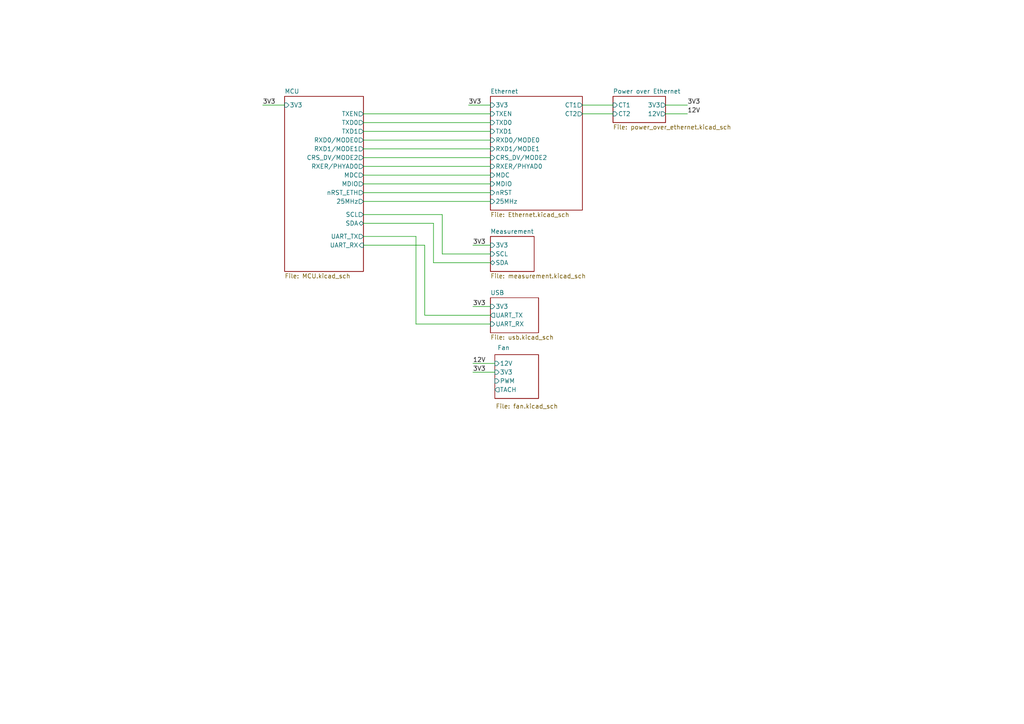
<source format=kicad_sch>
(kicad_sch
	(version 20231120)
	(generator "eeschema")
	(generator_version "8.0")
	(uuid "3594a937-0ff5-42e2-8a8f-f816088f7574")
	(paper "A4")
	(lib_symbols)
	(wire
		(pts
			(xy 142.24 73.66) (xy 128.27 73.66)
		)
		(stroke
			(width 0)
			(type default)
		)
		(uuid "14ca15f3-1425-4355-9a18-6a1b2486448b")
	)
	(wire
		(pts
			(xy 128.27 62.23) (xy 105.41 62.23)
		)
		(stroke
			(width 0)
			(type default)
		)
		(uuid "1b54c907-bf99-45bb-87b2-6d86e9422761")
	)
	(wire
		(pts
			(xy 125.73 64.77) (xy 125.73 76.2)
		)
		(stroke
			(width 0)
			(type default)
		)
		(uuid "1ce0ec49-ee8b-4dfc-bb0e-fa824cbd9264")
	)
	(wire
		(pts
			(xy 105.41 55.88) (xy 142.24 55.88)
		)
		(stroke
			(width 0)
			(type default)
		)
		(uuid "1fa8e330-dd03-4c46-aa6d-1947cc386a55")
	)
	(wire
		(pts
			(xy 105.41 45.72) (xy 142.24 45.72)
		)
		(stroke
			(width 0)
			(type default)
		)
		(uuid "22c544c6-8d70-41d3-87f1-4c63277e2233")
	)
	(wire
		(pts
			(xy 76.2 30.48) (xy 82.55 30.48)
		)
		(stroke
			(width 0)
			(type default)
		)
		(uuid "366598bb-2fa2-4f6b-9e5a-550743662c9f")
	)
	(wire
		(pts
			(xy 168.91 33.02) (xy 177.8 33.02)
		)
		(stroke
			(width 0)
			(type default)
		)
		(uuid "39830044-d439-4d58-8f5b-90c25c7d15e3")
	)
	(wire
		(pts
			(xy 105.41 50.8) (xy 142.24 50.8)
		)
		(stroke
			(width 0)
			(type default)
		)
		(uuid "4d50ad6c-fe0b-4379-8a71-bca6c419110e")
	)
	(wire
		(pts
			(xy 105.41 43.18) (xy 142.24 43.18)
		)
		(stroke
			(width 0)
			(type default)
		)
		(uuid "4e0f9857-6ffe-4251-a48f-3fa539022215")
	)
	(wire
		(pts
			(xy 137.16 88.9) (xy 142.24 88.9)
		)
		(stroke
			(width 0)
			(type default)
		)
		(uuid "5030bb15-aa6a-425c-9fd0-1a2622ca8c21")
	)
	(wire
		(pts
			(xy 142.24 91.44) (xy 123.19 91.44)
		)
		(stroke
			(width 0)
			(type default)
		)
		(uuid "51bd62a1-3159-46c4-aa5d-bdaf511872eb")
	)
	(wire
		(pts
			(xy 105.41 48.26) (xy 142.24 48.26)
		)
		(stroke
			(width 0)
			(type default)
		)
		(uuid "5afd735a-5c01-494f-9812-33c8ae0d77ef")
	)
	(wire
		(pts
			(xy 120.65 68.58) (xy 105.41 68.58)
		)
		(stroke
			(width 0)
			(type default)
		)
		(uuid "5f597186-12a3-4730-9cdd-6ea1c92f283e")
	)
	(wire
		(pts
			(xy 105.41 58.42) (xy 142.24 58.42)
		)
		(stroke
			(width 0)
			(type default)
		)
		(uuid "6673d3f7-a5c6-4943-9207-35dca259674d")
	)
	(wire
		(pts
			(xy 193.04 30.48) (xy 199.39 30.48)
		)
		(stroke
			(width 0)
			(type default)
		)
		(uuid "733f5791-42a3-4252-959a-50232e453c7f")
	)
	(wire
		(pts
			(xy 142.24 93.98) (xy 120.65 93.98)
		)
		(stroke
			(width 0)
			(type default)
		)
		(uuid "742e7391-57ca-42ff-9dad-6e086f7d8df6")
	)
	(wire
		(pts
			(xy 105.41 38.1) (xy 142.24 38.1)
		)
		(stroke
			(width 0)
			(type default)
		)
		(uuid "90b98ae9-99ca-40ed-90d3-9968507b622d")
	)
	(wire
		(pts
			(xy 105.41 35.56) (xy 142.24 35.56)
		)
		(stroke
			(width 0)
			(type default)
		)
		(uuid "9ba9f260-41cf-45bf-ae86-3247485b1182")
	)
	(wire
		(pts
			(xy 120.65 93.98) (xy 120.65 68.58)
		)
		(stroke
			(width 0)
			(type default)
		)
		(uuid "ad3880f7-e1ed-4864-82c4-03d2b254d92a")
	)
	(wire
		(pts
			(xy 125.73 76.2) (xy 142.24 76.2)
		)
		(stroke
			(width 0)
			(type default)
		)
		(uuid "b3e7a317-723f-4223-be23-0fd40e97ab3b")
	)
	(wire
		(pts
			(xy 123.19 91.44) (xy 123.19 71.12)
		)
		(stroke
			(width 0)
			(type default)
		)
		(uuid "b7b4b29b-ff63-4586-b737-3fec462a771c")
	)
	(wire
		(pts
			(xy 135.89 30.48) (xy 142.24 30.48)
		)
		(stroke
			(width 0)
			(type default)
		)
		(uuid "b81fcda1-5bf9-4ef0-8d90-61dd749c5f2c")
	)
	(wire
		(pts
			(xy 105.41 53.34) (xy 142.24 53.34)
		)
		(stroke
			(width 0)
			(type default)
		)
		(uuid "c8f9cc82-356b-49bd-8e36-7c13ca2af6d2")
	)
	(wire
		(pts
			(xy 128.27 73.66) (xy 128.27 62.23)
		)
		(stroke
			(width 0)
			(type default)
		)
		(uuid "cbc38eb9-c9a1-4178-a19b-d4e3857a3d26")
	)
	(wire
		(pts
			(xy 105.41 40.64) (xy 142.24 40.64)
		)
		(stroke
			(width 0)
			(type default)
		)
		(uuid "cea2714c-cd21-4b57-b427-69516bb2a236")
	)
	(wire
		(pts
			(xy 168.91 30.48) (xy 177.8 30.48)
		)
		(stroke
			(width 0)
			(type default)
		)
		(uuid "d6b16ebc-f1b2-408a-8fe8-635697082226")
	)
	(wire
		(pts
			(xy 105.41 64.77) (xy 125.73 64.77)
		)
		(stroke
			(width 0)
			(type default)
		)
		(uuid "db98899c-cb6c-4caa-af5c-31bc0d60b9af")
	)
	(wire
		(pts
			(xy 137.16 107.95) (xy 143.51 107.95)
		)
		(stroke
			(width 0)
			(type default)
		)
		(uuid "ea034a7f-2f57-4006-b2bf-21bcc17dc96f")
	)
	(wire
		(pts
			(xy 193.04 33.02) (xy 199.39 33.02)
		)
		(stroke
			(width 0)
			(type default)
		)
		(uuid "edf17ea3-55fd-4e81-acfb-ab9fbae2d2ca")
	)
	(wire
		(pts
			(xy 137.16 71.12) (xy 142.24 71.12)
		)
		(stroke
			(width 0)
			(type default)
		)
		(uuid "ef59c811-7c28-42a1-b84f-3e059345ada6")
	)
	(wire
		(pts
			(xy 123.19 71.12) (xy 105.41 71.12)
		)
		(stroke
			(width 0)
			(type default)
		)
		(uuid "f0174ac0-5a71-42fc-90e2-f93d0d39b2d4")
	)
	(wire
		(pts
			(xy 105.41 33.02) (xy 142.24 33.02)
		)
		(stroke
			(width 0)
			(type default)
		)
		(uuid "f1b84b49-c2da-4401-8606-8e7fcebdee86")
	)
	(wire
		(pts
			(xy 137.16 105.41) (xy 143.51 105.41)
		)
		(stroke
			(width 0)
			(type default)
		)
		(uuid "faa08ba7-7f26-412d-86c0-c2d07c05ee96")
	)
	(label "12V"
		(at 137.16 105.41 0)
		(effects
			(font
				(size 1.27 1.27)
			)
			(justify left bottom)
		)
		(uuid "0991d808-98db-4034-8cd1-a711ac3145a6")
	)
	(label "3V3"
		(at 137.16 71.12 0)
		(effects
			(font
				(size 1.27 1.27)
			)
			(justify left bottom)
		)
		(uuid "14237b00-c17d-4a43-83b9-edc51214bf39")
	)
	(label "3V3"
		(at 76.2 30.48 0)
		(effects
			(font
				(size 1.27 1.27)
			)
			(justify left bottom)
		)
		(uuid "362f01a2-8ca0-48c1-a3d7-a3f7450cb8b8")
	)
	(label "12V"
		(at 199.39 33.02 0)
		(effects
			(font
				(size 1.27 1.27)
			)
			(justify left bottom)
		)
		(uuid "84b9ae7e-c46e-40c1-b900-972ce9c4f81b")
	)
	(label "3V3"
		(at 137.16 88.9 0)
		(effects
			(font
				(size 1.27 1.27)
			)
			(justify left bottom)
		)
		(uuid "a953d841-781c-4a90-87ac-1dd56ad4ccbb")
	)
	(label "3V3"
		(at 135.89 30.48 0)
		(effects
			(font
				(size 1.27 1.27)
			)
			(justify left bottom)
		)
		(uuid "aab34fe0-0b2b-4f47-8233-a42340b045cb")
	)
	(label "3V3"
		(at 137.16 107.95 0)
		(effects
			(font
				(size 1.27 1.27)
			)
			(justify left bottom)
		)
		(uuid "c27d00df-dec4-4bba-aebe-663f3574bbda")
	)
	(label "3V3"
		(at 199.39 30.48 0)
		(effects
			(font
				(size 1.27 1.27)
			)
			(justify left bottom)
		)
		(uuid "c3643242-7040-4535-9ef5-42a2e4615e56")
	)
	(sheet
		(at 143.51 102.87)
		(size 12.7 12.7)
		(stroke
			(width 0.1524)
			(type solid)
		)
		(fill
			(color 0 0 0 0.0000)
		)
		(uuid "25aff908-c5f6-48d7-ac23-8c03b659b344")
		(property "Sheetname" "Fan"
			(at 144.272 101.6 0)
			(effects
				(font
					(size 1.27 1.27)
				)
				(justify left bottom)
			)
		)
		(property "Sheetfile" "fan.kicad_sch"
			(at 143.764 117.094 0)
			(effects
				(font
					(size 1.27 1.27)
				)
				(justify left top)
			)
		)
		(pin "12V" input
			(at 143.51 105.41 180)
			(effects
				(font
					(size 1.27 1.27)
				)
				(justify left)
			)
			(uuid "f7ff6eac-1796-449b-88f2-d774d34360e6")
		)
		(pin "PWM" input
			(at 143.51 110.49 180)
			(effects
				(font
					(size 1.27 1.27)
				)
				(justify left)
			)
			(uuid "ee11c5e4-9121-434e-834b-4f54e122b01e")
		)
		(pin "TACH" output
			(at 143.51 113.03 180)
			(effects
				(font
					(size 1.27 1.27)
				)
				(justify left)
			)
			(uuid "52d31e91-9ebe-46bf-a891-2e8ca4db50c4")
		)
		(pin "3V3" input
			(at 143.51 107.95 180)
			(effects
				(font
					(size 1.27 1.27)
				)
				(justify left)
			)
			(uuid "25264ff9-c144-4d21-bf14-16542ef7672e")
		)
		(instances
			(project "temperature-sensor"
				(path "/3594a937-0ff5-42e2-8a8f-f816088f7574"
					(page "4")
				)
			)
		)
	)
	(sheet
		(at 142.24 68.58)
		(size 12.7 10.16)
		(fields_autoplaced yes)
		(stroke
			(width 0.1524)
			(type solid)
		)
		(fill
			(color 0 0 0 0.0000)
		)
		(uuid "52e996d4-b21e-4573-ad9a-52c1f39a7002")
		(property "Sheetname" "Measurement"
			(at 142.24 67.8684 0)
			(effects
				(font
					(size 1.27 1.27)
				)
				(justify left bottom)
			)
		)
		(property "Sheetfile" "measurement.kicad_sch"
			(at 142.24 79.3246 0)
			(effects
				(font
					(size 1.27 1.27)
				)
				(justify left top)
			)
		)
		(pin "SCL" input
			(at 142.24 73.66 180)
			(effects
				(font
					(size 1.27 1.27)
				)
				(justify left)
			)
			(uuid "36d6abfc-dba1-4362-ac4e-ade667adb0bd")
		)
		(pin "SDA" bidirectional
			(at 142.24 76.2 180)
			(effects
				(font
					(size 1.27 1.27)
				)
				(justify left)
			)
			(uuid "3673b276-7c70-46b7-aa74-a825997a625a")
		)
		(pin "3V3" input
			(at 142.24 71.12 180)
			(effects
				(font
					(size 1.27 1.27)
				)
				(justify left)
			)
			(uuid "102f6424-ef08-43ed-ae9e-f72766a65adc")
		)
		(instances
			(project "temperature-sensor"
				(path "/3594a937-0ff5-42e2-8a8f-f816088f7574"
					(page "5")
				)
			)
		)
	)
	(sheet
		(at 142.24 86.36)
		(size 13.97 10.16)
		(fields_autoplaced yes)
		(stroke
			(width 0.1524)
			(type solid)
		)
		(fill
			(color 0 0 0 0.0000)
		)
		(uuid "9881a2ce-1b82-40d3-a127-b2a01adb81e6")
		(property "Sheetname" "USB"
			(at 142.24 85.6484 0)
			(effects
				(font
					(size 1.27 1.27)
				)
				(justify left bottom)
			)
		)
		(property "Sheetfile" "usb.kicad_sch"
			(at 142.24 97.1046 0)
			(effects
				(font
					(size 1.27 1.27)
				)
				(justify left top)
			)
		)
		(pin "UART_TX" output
			(at 142.24 91.44 180)
			(effects
				(font
					(size 1.27 1.27)
				)
				(justify left)
			)
			(uuid "af92ce5e-9571-4270-bbe5-b5f63bdea14f")
		)
		(pin "UART_RX" input
			(at 142.24 93.98 180)
			(effects
				(font
					(size 1.27 1.27)
				)
				(justify left)
			)
			(uuid "f2848c8a-2741-4744-a8ba-9ee2a6fa1dd6")
		)
		(pin "3V3" input
			(at 142.24 88.9 180)
			(effects
				(font
					(size 1.27 1.27)
				)
				(justify left)
			)
			(uuid "2b723e78-5456-4cef-a9f4-8675ba69d3c4")
		)
		(instances
			(project "temperature-sensor"
				(path "/3594a937-0ff5-42e2-8a8f-f816088f7574"
					(page "7")
				)
			)
		)
	)
	(sheet
		(at 82.55 27.94)
		(size 22.86 50.8)
		(fields_autoplaced yes)
		(stroke
			(width 0.1524)
			(type solid)
		)
		(fill
			(color 0 0 0 0.0000)
		)
		(uuid "a0d45ccb-d615-45f4-a839-39b8e4e3dcc0")
		(property "Sheetname" "MCU"
			(at 82.55 27.2284 0)
			(effects
				(font
					(size 1.27 1.27)
				)
				(justify left bottom)
			)
		)
		(property "Sheetfile" "MCU.kicad_sch"
			(at 82.55 79.3246 0)
			(effects
				(font
					(size 1.27 1.27)
				)
				(justify left top)
			)
		)
		(pin "3V3" input
			(at 82.55 30.48 180)
			(effects
				(font
					(size 1.27 1.27)
				)
				(justify left)
			)
			(uuid "182faf67-86f9-408e-95cb-036cfb4382de")
		)
		(pin "TXEN" output
			(at 105.41 33.02 0)
			(effects
				(font
					(size 1.27 1.27)
				)
				(justify right)
			)
			(uuid "3c1c5283-6694-42e8-afff-24f096eef56a")
		)
		(pin "TXD0" output
			(at 105.41 35.56 0)
			(effects
				(font
					(size 1.27 1.27)
				)
				(justify right)
			)
			(uuid "465f0970-4fd7-480b-8c3b-5e9a94d500cf")
		)
		(pin "TXD1" output
			(at 105.41 38.1 0)
			(effects
				(font
					(size 1.27 1.27)
				)
				(justify right)
			)
			(uuid "324d6f17-ae92-49d5-81d2-1450584404fe")
		)
		(pin "RXD0{slash}MODE0" output
			(at 105.41 40.64 0)
			(effects
				(font
					(size 1.27 1.27)
				)
				(justify right)
			)
			(uuid "4a7aa71a-2ce5-4b35-9b3a-31b05da331cb")
		)
		(pin "RXD1{slash}MODE1" output
			(at 105.41 43.18 0)
			(effects
				(font
					(size 1.27 1.27)
				)
				(justify right)
			)
			(uuid "8831e1d5-31e0-4339-9596-e648f375c567")
		)
		(pin "SDA" bidirectional
			(at 105.41 64.77 0)
			(effects
				(font
					(size 1.27 1.27)
				)
				(justify right)
			)
			(uuid "f071e7e3-3d03-47de-a40c-86b3f9534c5a")
		)
		(pin "SCL" output
			(at 105.41 62.23 0)
			(effects
				(font
					(size 1.27 1.27)
				)
				(justify right)
			)
			(uuid "eb650010-e147-4bb4-9454-785c83288971")
		)
		(pin "UART_RX" input
			(at 105.41 71.12 0)
			(effects
				(font
					(size 1.27 1.27)
				)
				(justify right)
			)
			(uuid "fd999a41-86bd-4dcd-8610-e2c9b5741ef2")
		)
		(pin "UART_TX" output
			(at 105.41 68.58 0)
			(effects
				(font
					(size 1.27 1.27)
				)
				(justify right)
			)
			(uuid "ff8004fd-0008-465f-a86e-1273e5ebdfb3")
		)
		(pin "RXER{slash}PHYAD0" output
			(at 105.41 48.26 0)
			(effects
				(font
					(size 1.27 1.27)
				)
				(justify right)
			)
			(uuid "ede5473b-3f04-4d8d-9b35-62b3bfd1b821")
		)
		(pin "CRS_DV{slash}MODE2" output
			(at 105.41 45.72 0)
			(effects
				(font
					(size 1.27 1.27)
				)
				(justify right)
			)
			(uuid "6ef5bbda-5573-4653-a831-e5fac2f41b41")
		)
		(pin "nRST_ETH" output
			(at 105.41 55.88 0)
			(effects
				(font
					(size 1.27 1.27)
				)
				(justify right)
			)
			(uuid "4dc74b41-5cb1-4d30-b43d-bd07f7e86536")
		)
		(pin "MDC" output
			(at 105.41 50.8 0)
			(effects
				(font
					(size 1.27 1.27)
				)
				(justify right)
			)
			(uuid "6ab153ee-1e93-4c6a-8d80-c69ad3a606f8")
		)
		(pin "MDIO" output
			(at 105.41 53.34 0)
			(effects
				(font
					(size 1.27 1.27)
				)
				(justify right)
			)
			(uuid "1cbf230e-2d21-4825-99d4-7f966e6c186e")
		)
		(pin "25MHz" output
			(at 105.41 58.42 0)
			(effects
				(font
					(size 1.27 1.27)
				)
				(justify right)
			)
			(uuid "feddfd3d-943f-4ce3-90ac-a576a4b0c75a")
		)
		(instances
			(project "temperature-sensor"
				(path "/3594a937-0ff5-42e2-8a8f-f816088f7574"
					(page "2")
				)
			)
		)
	)
	(sheet
		(at 177.8 27.94)
		(size 15.24 7.62)
		(fields_autoplaced yes)
		(stroke
			(width 0.1524)
			(type solid)
		)
		(fill
			(color 0 0 0 0.0000)
		)
		(uuid "d1a68297-acfd-48f7-a4b7-32572ff73aec")
		(property "Sheetname" "Power over Ethernet"
			(at 177.8 27.2284 0)
			(effects
				(font
					(size 1.27 1.27)
				)
				(justify left bottom)
			)
		)
		(property "Sheetfile" "power_over_ethernet.kicad_sch"
			(at 177.8 36.1446 0)
			(effects
				(font
					(size 1.27 1.27)
				)
				(justify left top)
			)
		)
		(pin "3V3" output
			(at 193.04 30.48 0)
			(effects
				(font
					(size 1.27 1.27)
				)
				(justify right)
			)
			(uuid "5ae42d93-a576-4ff2-ac85-ebc12a8c044b")
		)
		(pin "CT2" input
			(at 177.8 33.02 180)
			(effects
				(font
					(size 1.27 1.27)
				)
				(justify left)
			)
			(uuid "a3a9d049-56a3-4228-8dbb-76e3c155a34f")
		)
		(pin "CT1" input
			(at 177.8 30.48 180)
			(effects
				(font
					(size 1.27 1.27)
				)
				(justify left)
			)
			(uuid "c7774b28-40b6-4ab9-8b1d-21421add17bd")
		)
		(pin "12V" output
			(at 193.04 33.02 0)
			(effects
				(font
					(size 1.27 1.27)
				)
				(justify right)
			)
			(uuid "ac133257-3875-471a-9e9c-7d492282fd03")
		)
		(instances
			(project "temperature-sensor"
				(path "/3594a937-0ff5-42e2-8a8f-f816088f7574"
					(page "6")
				)
			)
		)
	)
	(sheet
		(at 142.24 27.94)
		(size 26.67 33.02)
		(fields_autoplaced yes)
		(stroke
			(width 0.1524)
			(type solid)
		)
		(fill
			(color 0 0 0 0.0000)
		)
		(uuid "d437a122-34d0-45ad-9f8d-028606a0e531")
		(property "Sheetname" "Ethernet"
			(at 142.24 27.2284 0)
			(effects
				(font
					(size 1.27 1.27)
				)
				(justify left bottom)
			)
		)
		(property "Sheetfile" "Ethernet.kicad_sch"
			(at 142.24 61.5446 0)
			(effects
				(font
					(size 1.27 1.27)
				)
				(justify left top)
			)
		)
		(pin "CT1" output
			(at 168.91 30.48 0)
			(effects
				(font
					(size 1.27 1.27)
				)
				(justify right)
			)
			(uuid "40f181fe-4d40-44a4-84e7-0189a3e4e316")
		)
		(pin "CT2" output
			(at 168.91 33.02 0)
			(effects
				(font
					(size 1.27 1.27)
				)
				(justify right)
			)
			(uuid "c154dd9b-a3ce-44ad-b245-90193571c993")
		)
		(pin "TXD1" input
			(at 142.24 38.1 180)
			(effects
				(font
					(size 1.27 1.27)
				)
				(justify left)
			)
			(uuid "e0b97399-a949-4083-8385-c5088afda927")
		)
		(pin "TXEN" input
			(at 142.24 33.02 180)
			(effects
				(font
					(size 1.27 1.27)
				)
				(justify left)
			)
			(uuid "5beade6a-ced3-41ed-92f3-8bbc1f95f66c")
		)
		(pin "RXD0{slash}MODE0" input
			(at 142.24 40.64 180)
			(effects
				(font
					(size 1.27 1.27)
				)
				(justify left)
			)
			(uuid "934a0dcf-6104-4b05-a5b2-53e314609464")
		)
		(pin "RXD1{slash}MODE1" input
			(at 142.24 43.18 180)
			(effects
				(font
					(size 1.27 1.27)
				)
				(justify left)
			)
			(uuid "b7ef3416-fc89-42f0-beb4-008398710004")
		)
		(pin "TXD0" input
			(at 142.24 35.56 180)
			(effects
				(font
					(size 1.27 1.27)
				)
				(justify left)
			)
			(uuid "b93c4544-830e-435d-8d6c-7450ac18ec22")
		)
		(pin "MDC" input
			(at 142.24 50.8 180)
			(effects
				(font
					(size 1.27 1.27)
				)
				(justify left)
			)
			(uuid "629a21e1-7e50-422d-8a2e-c1582ee65614")
		)
		(pin "CRS_DV{slash}MODE2" input
			(at 142.24 45.72 180)
			(effects
				(font
					(size 1.27 1.27)
				)
				(justify left)
			)
			(uuid "f583c2f9-e720-4553-934e-67cb5d987d40")
		)
		(pin "nRST" input
			(at 142.24 55.88 180)
			(effects
				(font
					(size 1.27 1.27)
				)
				(justify left)
			)
			(uuid "16c3c941-a251-4d5a-88a1-67cc241ee2a7")
		)
		(pin "MDIO" input
			(at 142.24 53.34 180)
			(effects
				(font
					(size 1.27 1.27)
				)
				(justify left)
			)
			(uuid "bdd2a8d6-d918-4116-b368-10384bb4bcb1")
		)
		(pin "RXER{slash}PHYAD0" input
			(at 142.24 48.26 180)
			(effects
				(font
					(size 1.27 1.27)
				)
				(justify left)
			)
			(uuid "106a1d83-3e3d-4c2e-ab08-2d7b7abb013f")
		)
		(pin "25MHz" input
			(at 142.24 58.42 180)
			(effects
				(font
					(size 1.27 1.27)
				)
				(justify left)
			)
			(uuid "3910ee02-1afe-4994-8606-7e59a9aaed5b")
		)
		(pin "3V3" input
			(at 142.24 30.48 180)
			(effects
				(font
					(size 1.27 1.27)
				)
				(justify left)
			)
			(uuid "0e0669ea-8216-46c7-bac7-d18c12e07034")
		)
		(instances
			(project "temperature-sensor"
				(path "/3594a937-0ff5-42e2-8a8f-f816088f7574"
					(page "3")
				)
			)
		)
	)
	(sheet_instances
		(path "/"
			(page "1")
		)
	)
)

</source>
